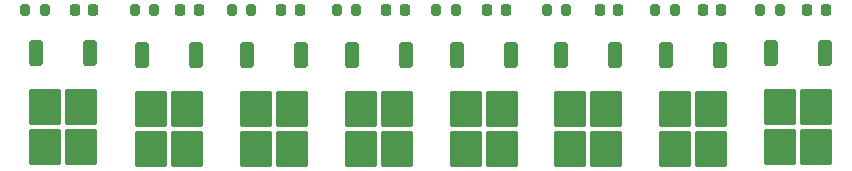
<source format=gbr>
%TF.GenerationSoftware,KiCad,Pcbnew,7.0.5*%
%TF.CreationDate,2023-08-26T19:15:34+09:00*%
%TF.ProjectId,18to12_DCDC,3138746f-3132-45f4-9443-44432e6b6963,rev?*%
%TF.SameCoordinates,Original*%
%TF.FileFunction,Paste,Top*%
%TF.FilePolarity,Positive*%
%FSLAX46Y46*%
G04 Gerber Fmt 4.6, Leading zero omitted, Abs format (unit mm)*
G04 Created by KiCad (PCBNEW 7.0.5) date 2023-08-26 19:15:34*
%MOMM*%
%LPD*%
G01*
G04 APERTURE LIST*
G04 Aperture macros list*
%AMRoundRect*
0 Rectangle with rounded corners*
0 $1 Rounding radius*
0 $2 $3 $4 $5 $6 $7 $8 $9 X,Y pos of 4 corners*
0 Add a 4 corners polygon primitive as box body*
4,1,4,$2,$3,$4,$5,$6,$7,$8,$9,$2,$3,0*
0 Add four circle primitives for the rounded corners*
1,1,$1+$1,$2,$3*
1,1,$1+$1,$4,$5*
1,1,$1+$1,$6,$7*
1,1,$1+$1,$8,$9*
0 Add four rect primitives between the rounded corners*
20,1,$1+$1,$2,$3,$4,$5,0*
20,1,$1+$1,$4,$5,$6,$7,0*
20,1,$1+$1,$6,$7,$8,$9,0*
20,1,$1+$1,$8,$9,$2,$3,0*%
G04 Aperture macros list end*
%ADD10RoundRect,0.218750X0.218750X0.256250X-0.218750X0.256250X-0.218750X-0.256250X0.218750X-0.256250X0*%
%ADD11RoundRect,0.200000X0.200000X0.275000X-0.200000X0.275000X-0.200000X-0.275000X0.200000X-0.275000X0*%
%ADD12RoundRect,0.250000X-0.350000X0.850000X-0.350000X-0.850000X0.350000X-0.850000X0.350000X0.850000X0*%
%ADD13RoundRect,0.250000X-1.125000X1.275000X-1.125000X-1.275000X1.125000X-1.275000X1.125000X1.275000X0*%
G04 APERTURE END LIST*
D10*
%TO.C,D4*%
X138735000Y-97790000D03*
X137160000Y-97790000D03*
%TD*%
D11*
%TO.C,R2*%
X153072500Y-97790000D03*
X151422500Y-97790000D03*
%TD*%
%TO.C,R6*%
X117220000Y-97790000D03*
X115570000Y-97790000D03*
%TD*%
D10*
%TO.C,D1*%
X165850000Y-97790000D03*
X164275000Y-97790000D03*
%TD*%
D12*
%TO.C,U7*%
X112510000Y-101600000D03*
D13*
X111755000Y-106225000D03*
X108705000Y-106225000D03*
X111755000Y-109575000D03*
X108705000Y-109575000D03*
D12*
X107950000Y-101600000D03*
%TD*%
%TO.C,U8*%
X103505000Y-101420000D03*
D13*
X102750000Y-106045000D03*
X99700000Y-106045000D03*
X102750000Y-109395000D03*
X99700000Y-109395000D03*
D12*
X98945000Y-101420000D03*
%TD*%
D10*
%TO.C,D7*%
X112775000Y-97790000D03*
X111200000Y-97790000D03*
%TD*%
D11*
%TO.C,R5*%
X126110000Y-97790000D03*
X124460000Y-97790000D03*
%TD*%
D10*
%TO.C,D5*%
X130175000Y-97790000D03*
X128600000Y-97790000D03*
%TD*%
%TO.C,D6*%
X121285000Y-97790000D03*
X119710000Y-97790000D03*
%TD*%
D12*
%TO.C,U6*%
X121400000Y-101600000D03*
D13*
X120645000Y-106225000D03*
X117595000Y-106225000D03*
X120645000Y-109575000D03*
X117595000Y-109575000D03*
D12*
X116840000Y-101600000D03*
%TD*%
D11*
%TO.C,R8*%
X99695000Y-97790000D03*
X98045000Y-97790000D03*
%TD*%
%TO.C,R4*%
X134517500Y-97790000D03*
X132867500Y-97790000D03*
%TD*%
%TO.C,R1*%
X161925000Y-97790000D03*
X160275000Y-97790000D03*
%TD*%
D12*
%TO.C,U4*%
X139180000Y-101600000D03*
D13*
X138425000Y-106225000D03*
X135375000Y-106225000D03*
X138425000Y-109575000D03*
X135375000Y-109575000D03*
D12*
X134620000Y-101600000D03*
%TD*%
D10*
%TO.C,D3*%
X148260000Y-97790000D03*
X146685000Y-97790000D03*
%TD*%
%TO.C,D8*%
X103810000Y-97790000D03*
X102235000Y-97790000D03*
%TD*%
D12*
%TO.C,U3*%
X147955000Y-101600000D03*
D13*
X147200000Y-106225000D03*
X144150000Y-106225000D03*
X147200000Y-109575000D03*
X144150000Y-109575000D03*
D12*
X143395000Y-101600000D03*
%TD*%
%TO.C,U5*%
X130290000Y-101600000D03*
D13*
X129535000Y-106225000D03*
X126485000Y-106225000D03*
X129535000Y-109575000D03*
X126485000Y-109575000D03*
D12*
X125730000Y-101600000D03*
%TD*%
%TO.C,U1*%
X165735000Y-101420000D03*
D13*
X164980000Y-106045000D03*
X161930000Y-106045000D03*
X164980000Y-109395000D03*
X161930000Y-109395000D03*
D12*
X161175000Y-101420000D03*
%TD*%
D11*
%TO.C,R3*%
X143890000Y-97790000D03*
X142240000Y-97790000D03*
%TD*%
D12*
%TO.C,U2*%
X156845000Y-101600000D03*
D13*
X156090000Y-106225000D03*
X153040000Y-106225000D03*
X156090000Y-109575000D03*
X153040000Y-109575000D03*
D12*
X152285000Y-101600000D03*
%TD*%
D10*
%TO.C,D2*%
X156997500Y-97790000D03*
X155422500Y-97790000D03*
%TD*%
D11*
%TO.C,R7*%
X108965000Y-97790000D03*
X107315000Y-97790000D03*
%TD*%
M02*

</source>
